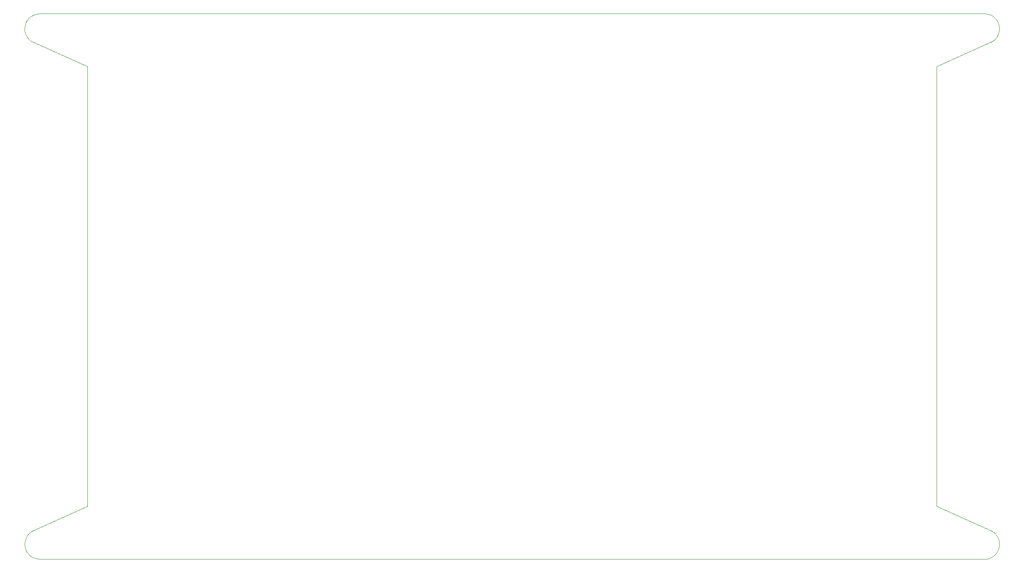
<source format=gbr>
G04 #@! TF.GenerationSoftware,KiCad,Pcbnew,(5.1.4-0-10_14)*
G04 #@! TF.CreationDate,2020-04-27T10:11:37-04:00*
G04 #@! TF.ProjectId,laser_card,6c617365-725f-4636-9172-642e6b696361,rev?*
G04 #@! TF.SameCoordinates,Original*
G04 #@! TF.FileFunction,Profile,NP*
%FSLAX46Y46*%
G04 Gerber Fmt 4.6, Leading zero omitted, Abs format (unit mm)*
G04 Created by KiCad (PCBNEW (5.1.4-0-10_14)) date 2020-04-27 10:11:37*
%MOMM*%
%LPD*%
G04 APERTURE LIST*
%ADD10C,0.080000*%
G04 APERTURE END LIST*
D10*
X243464394Y-37579132D02*
X243464902Y-37579132D01*
X242868256Y-37520712D02*
X243464394Y-37579132D01*
X242866224Y-37520457D02*
X242868256Y-37520712D01*
X232880214Y-37516393D02*
X242866224Y-37520457D01*
X57892837Y-37516393D02*
X232880214Y-37516393D01*
X47906574Y-37520457D02*
X57892837Y-37516393D01*
X47905049Y-37520712D02*
X47906574Y-37520457D01*
X47358950Y-37569733D02*
X47905049Y-37520712D01*
X47352092Y-37570750D02*
X47358950Y-37569733D01*
X47351583Y-37571004D02*
X47352092Y-37570750D01*
X46775258Y-37734580D02*
X47351583Y-37571004D01*
X46771956Y-37735850D02*
X46775258Y-37734580D01*
X46768400Y-37737120D02*
X46771956Y-37735850D01*
X46234492Y-38009916D02*
X46768400Y-37737120D01*
X46231444Y-38011947D02*
X46234492Y-38009916D01*
X46228395Y-38013725D02*
X46231444Y-38011947D01*
X46227888Y-38014234D02*
X46228395Y-38013725D01*
X45757480Y-38385074D02*
X46227888Y-38014234D01*
X45752145Y-38389899D02*
X45757480Y-38385074D01*
X45751892Y-38390408D02*
X45752145Y-38389899D01*
X45362510Y-38845576D02*
X45751892Y-38390408D01*
X45358192Y-38851417D02*
X45362510Y-38845576D01*
X45357937Y-38851926D02*
X45358192Y-38851417D01*
X45064313Y-39374150D02*
X45357937Y-38851926D01*
X45062790Y-39377451D02*
X45064313Y-39374150D01*
X45061519Y-39380753D02*
X45062790Y-39377451D01*
X45061266Y-39381262D02*
X45061519Y-39380753D01*
X44874576Y-39950476D02*
X45061266Y-39381262D01*
X44873051Y-39957587D02*
X44874576Y-39950476D01*
X44873051Y-39958095D02*
X44873051Y-39957587D01*
X44800408Y-40552709D02*
X44873051Y-39958095D01*
X44800408Y-40556266D02*
X44800408Y-40552709D01*
X44800154Y-40560076D02*
X44800408Y-40556266D01*
X44800408Y-40560584D02*
X44800154Y-40560076D01*
X44844603Y-41157992D02*
X44800408Y-40560584D01*
X44845366Y-41161548D02*
X44844603Y-41157992D01*
X243464902Y-37579132D02*
X243472014Y-37580655D01*
X244582248Y-38038364D02*
X244585042Y-38040395D01*
X244581740Y-38038109D02*
X244582248Y-38038364D01*
X244052658Y-37756678D02*
X244581740Y-38038109D01*
X244049356Y-37755407D02*
X244052658Y-37756678D01*
X244046054Y-37753884D02*
X244049356Y-37755407D01*
X245052402Y-38420887D02*
X245057990Y-38426476D01*
X244588090Y-38042428D02*
X245052402Y-38420887D01*
X244585042Y-38040395D02*
X244588090Y-38042428D01*
X244045546Y-37753884D02*
X244046054Y-37753884D01*
X243472014Y-37580655D02*
X244045546Y-37753884D01*
X245491822Y-145440486D02*
X245492076Y-145440740D01*
X245124284Y-144967283D02*
X245491822Y-145440486D01*
X245118696Y-144961696D02*
X245124284Y-144967283D01*
X244666322Y-144569011D02*
X245118696Y-144961696D01*
X45651308Y-42767843D02*
X45648767Y-42765304D01*
X45653847Y-42770637D02*
X45651308Y-42767843D01*
X45654102Y-42770892D02*
X45653847Y-42770637D01*
X46106730Y-43163576D02*
X45654102Y-42770892D01*
X46109524Y-43165608D02*
X46106730Y-43163576D01*
X46112572Y-43167640D02*
X46109524Y-43165608D01*
X45006909Y-41746256D02*
X45005640Y-41742954D01*
X45008179Y-41749812D02*
X45006909Y-41746256D01*
X45277166Y-42285752D02*
X45008179Y-41749812D01*
X45278944Y-42288800D02*
X45277166Y-42285752D01*
X45280976Y-42291848D02*
X45278944Y-42288800D01*
X45281230Y-42292355D02*
X45280976Y-42291848D01*
X45648767Y-42765304D02*
X45281230Y-42292355D01*
X245900000Y-147774491D02*
X245900000Y-147775000D01*
X245972644Y-147179878D02*
X245900000Y-147774491D01*
X245972644Y-147176322D02*
X245972644Y-147179878D01*
X245972898Y-147172766D02*
X245972644Y-147176322D01*
X245972644Y-147172003D02*
X245972898Y-147172766D01*
X245928448Y-146574850D02*
X245972644Y-147172003D01*
X245927686Y-146571039D02*
X245928448Y-146574850D01*
X245927178Y-146567484D02*
X245927686Y-146571039D01*
X245926924Y-146566976D02*
X245927178Y-146567484D01*
X245767412Y-145989634D02*
X245926924Y-146566976D01*
X245766142Y-145986331D02*
X245767412Y-145989634D01*
X245764872Y-145982775D02*
X245766142Y-145986331D01*
X245495886Y-145447089D02*
X245764872Y-145982775D01*
X245494108Y-145444042D02*
X245495886Y-145447089D01*
X245492076Y-145440740D02*
X245494108Y-145444042D01*
X46634796Y-144266497D02*
X57791745Y-139264222D01*
X46633271Y-144267260D02*
X46634796Y-144266497D01*
X46154989Y-144535484D02*
X46633271Y-144267260D01*
X46152196Y-144537262D02*
X46154989Y-144535484D01*
X46149402Y-144539293D02*
X46152196Y-144537262D01*
X46148894Y-144539548D02*
X46149402Y-144539293D01*
X45689916Y-144924612D02*
X46148894Y-144539548D01*
X45687376Y-144927406D02*
X45689916Y-144924612D01*
X45684582Y-144930199D02*
X45687376Y-144927406D01*
X45309170Y-145397051D02*
X45684582Y-144930199D01*
X45305106Y-145403148D02*
X45309170Y-145397051D01*
X45304852Y-145403655D02*
X45305106Y-145403148D01*
X45027484Y-145934515D02*
X45304852Y-145403655D01*
X45025959Y-145937818D02*
X45027484Y-145934515D01*
X45024690Y-145941119D02*
X45025959Y-145937818D01*
X46113079Y-43168148D02*
X46112572Y-43167640D01*
X46634796Y-43466344D02*
X46113079Y-43168148D01*
X57791745Y-48468366D02*
X46634796Y-43466344D01*
X57791745Y-139264222D02*
X57791745Y-48468366D01*
X244663274Y-144566979D02*
X244666322Y-144569011D01*
X244660480Y-144564947D02*
X244663274Y-144566979D01*
X244659972Y-144564694D02*
X244660480Y-144564947D01*
X244139907Y-144267260D02*
X244659972Y-144564694D01*
X244138256Y-144266497D02*
X244139907Y-144267260D01*
X232981052Y-139264222D02*
X244138256Y-144266497D01*
X232981052Y-48468366D02*
X232981052Y-139264222D01*
X244138256Y-43466344D02*
X232981052Y-48468366D01*
X244139780Y-43465328D02*
X244138256Y-43466344D01*
X244618062Y-43197358D02*
X244139780Y-43465328D01*
X244623650Y-43193294D02*
X244618062Y-43197358D01*
X244624158Y-43193039D02*
X244623650Y-43193294D01*
X245083136Y-42807976D02*
X244624158Y-43193039D01*
X245088216Y-42802895D02*
X245083136Y-42807976D01*
X245088470Y-42802388D02*
X245088216Y-42802895D01*
X245463882Y-42335535D02*
X245088470Y-42802388D01*
X245467946Y-42329439D02*
X245463882Y-42335535D01*
X245468200Y-42328932D02*
X245467946Y-42329439D01*
X245745568Y-41798072D02*
X245468200Y-42328932D01*
X245747092Y-41794770D02*
X245745568Y-41798072D01*
X245748362Y-41791468D02*
X245747092Y-41794770D01*
X245748616Y-41790959D02*
X245748362Y-41791468D01*
X245917780Y-41216158D02*
X245748616Y-41790959D01*
X245918288Y-41212602D02*
X245917780Y-41216158D01*
X245919050Y-41209046D02*
X245918288Y-41212602D01*
X245919050Y-41208537D02*
X245919050Y-41209046D01*
X245973406Y-40612145D02*
X245919050Y-41208537D01*
X245973406Y-40604272D02*
X245973406Y-40612145D01*
X245910922Y-40008387D02*
X245973406Y-40604272D01*
X245909398Y-40001276D02*
X245910922Y-40008387D01*
X245909144Y-40000768D02*
X245909398Y-40001276D01*
X245732106Y-39428506D02*
X245909144Y-40000768D01*
X245730582Y-39425204D02*
X245732106Y-39428506D01*
X245729312Y-39421902D02*
X245730582Y-39425204D01*
X245729058Y-39421394D02*
X245729312Y-39421902D01*
X245444070Y-38894343D02*
X245729058Y-39421394D01*
X245442038Y-38891295D02*
X245444070Y-38894343D01*
X245440260Y-38888501D02*
X245442038Y-38891295D01*
X245439752Y-38887994D02*
X245440260Y-38888501D01*
X245057990Y-38426476D02*
X245439752Y-38887994D01*
X44845874Y-41165104D02*
X44845366Y-41161548D01*
X44846128Y-41165611D02*
X44845874Y-41165104D01*
X45005640Y-41742954D02*
X44846128Y-41165611D01*
X45024436Y-145941627D02*
X45024690Y-145941119D01*
X44855272Y-146516429D02*
X45024436Y-145941627D01*
X44854509Y-146519986D02*
X44855272Y-146516429D01*
X44854002Y-146523542D02*
X44854509Y-146519986D01*
X44853748Y-146524050D02*
X44854002Y-146523542D01*
X44799646Y-147120696D02*
X44853748Y-146524050D01*
X44799646Y-147128316D02*
X44799646Y-147120696D01*
X44862130Y-147724200D02*
X44799646Y-147128316D01*
X44863653Y-147731312D02*
X44862130Y-147724200D01*
X44863908Y-147731819D02*
X44863653Y-147731312D01*
X45040945Y-148304082D02*
X44863908Y-147731819D01*
X45042470Y-148307383D02*
X45040945Y-148304082D01*
X45043740Y-148310686D02*
X45042470Y-148307383D01*
X45043993Y-148311194D02*
X45043740Y-148310686D01*
X45328982Y-148838244D02*
X45043993Y-148311194D01*
X45331013Y-148841291D02*
X45328982Y-148838244D01*
X45332791Y-148844340D02*
X45331013Y-148841291D01*
X45333300Y-148844594D02*
X45332791Y-148844340D01*
X45715061Y-149306111D02*
X45333300Y-148844594D01*
X45717602Y-149308652D02*
X45715061Y-149306111D01*
X45720141Y-149311446D02*
X45717602Y-149308652D01*
X45720650Y-149311700D02*
X45720141Y-149311446D01*
X46184708Y-149690414D02*
X45720650Y-149311700D01*
X46190804Y-149694478D02*
X46184708Y-149690414D01*
X46191311Y-149694732D02*
X46190804Y-149694478D01*
X46720140Y-149975910D02*
X46191311Y-149694732D01*
X46723696Y-149977179D02*
X46720140Y-149975910D01*
X46726998Y-149978704D02*
X46723696Y-149977179D01*
X46727505Y-149978957D02*
X46726998Y-149978704D01*
X47301037Y-150151932D02*
X46727505Y-149978957D01*
X47308149Y-150153455D02*
X47301037Y-150151932D01*
X47308658Y-150153455D02*
X47308149Y-150153455D01*
X47904542Y-150211876D02*
X47308658Y-150153455D01*
X47906574Y-150212130D02*
X47904542Y-150211876D01*
X57892837Y-150216193D02*
X47906574Y-150212130D01*
X232874626Y-150216193D02*
X57892837Y-150216193D01*
X232877166Y-150216702D02*
X232874626Y-150216193D01*
X232879452Y-150216702D02*
X232877166Y-150216702D01*
X232881738Y-150216956D02*
X232879452Y-150216702D01*
X232883262Y-150216702D02*
X232881738Y-150216956D01*
X232885040Y-150216702D02*
X232883262Y-150216702D01*
X232887326Y-150216193D02*
X232885040Y-150216702D01*
X242866224Y-150212130D02*
X232887326Y-150216193D01*
X242868002Y-150211876D02*
X242866224Y-150212130D01*
X243414102Y-150163108D02*
X242868002Y-150211876D01*
X243417658Y-150162345D02*
X243414102Y-150163108D01*
X243420960Y-150161838D02*
X243417658Y-150162345D01*
X243421468Y-150161584D02*
X243420960Y-150161838D01*
X243997794Y-149998008D02*
X243421468Y-150161584D01*
X244001096Y-149996738D02*
X243997794Y-149998008D01*
X244004652Y-149995468D02*
X244001096Y-149996738D01*
X244538560Y-149722672D02*
X244004652Y-149995468D01*
X244541608Y-149720893D02*
X244538560Y-149722672D01*
X244544656Y-149718862D02*
X244541608Y-149720893D01*
X244545164Y-149718608D02*
X244544656Y-149718862D01*
X245015572Y-149347768D02*
X244545164Y-149718608D01*
X245018112Y-149345228D02*
X245015572Y-149347768D01*
X245020906Y-149342688D02*
X245018112Y-149345228D01*
X245021160Y-149342179D02*
X245020906Y-149342688D01*
X245410542Y-148887012D02*
X245021160Y-149342179D01*
X245414860Y-148881170D02*
X245410542Y-148887012D01*
X245415114Y-148880662D02*
X245414860Y-148881170D01*
X245708738Y-148358438D02*
X245415114Y-148880662D01*
X245710262Y-148355136D02*
X245708738Y-148358438D01*
X245711532Y-148351834D02*
X245710262Y-148355136D01*
X245711786Y-148351326D02*
X245711532Y-148351834D01*
X245898476Y-147782112D02*
X245711786Y-148351326D01*
X245900000Y-147775000D02*
X245898476Y-147782112D01*
M02*

</source>
